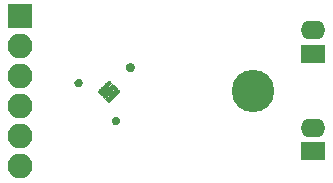
<source format=gbs>
%TF.GenerationSoftware,KiCad,Pcbnew,4.0.7*%
%TF.CreationDate,2018-07-15T19:42:36+02:00*%
%TF.ProjectId,MotorController,4D6F746F72436F6E74726F6C6C65722E,rev?*%
%TF.FileFunction,Soldermask,Bot*%
%FSLAX46Y46*%
G04 Gerber Fmt 4.6, Leading zero omitted, Abs format (unit mm)*
G04 Created by KiCad (PCBNEW 4.0.7) date 07/15/18 19:42:36*
%MOMM*%
%LPD*%
G01*
G04 APERTURE LIST*
%ADD10C,0.100000*%
%ADD11C,0.010000*%
%ADD12R,2.100000X1.600000*%
%ADD13O,2.100000X1.600000*%
%ADD14R,2.100000X2.100000*%
%ADD15O,2.100000X2.100000*%
%ADD16C,3.600000*%
G04 APERTURE END LIST*
D10*
D11*
G36*
X11493204Y-6934698D02*
X11493907Y-6937690D01*
X11514545Y-6996991D01*
X11545874Y-7051035D01*
X11586485Y-7098419D01*
X11634967Y-7137743D01*
X11689912Y-7167606D01*
X11742672Y-7184989D01*
X11807018Y-7194090D01*
X11869253Y-7190748D01*
X11928816Y-7175128D01*
X11985148Y-7147391D01*
X12037689Y-7107701D01*
X12050708Y-7095396D01*
X12089516Y-7051298D01*
X12117721Y-7004986D01*
X12137335Y-6952781D01*
X12144380Y-6924118D01*
X12151247Y-6883462D01*
X12152634Y-6848091D01*
X12148540Y-6811833D01*
X12144412Y-6791325D01*
X12124248Y-6728576D01*
X12093577Y-6672424D01*
X12053242Y-6623766D01*
X12004087Y-6583502D01*
X11946954Y-6552529D01*
X11906684Y-6538025D01*
X11857319Y-6528873D01*
X11802880Y-6528084D01*
X11747450Y-6535219D01*
X11695108Y-6549836D01*
X11662250Y-6564412D01*
X11636730Y-6581129D01*
X11607878Y-6604954D01*
X11578745Y-6632846D01*
X11552386Y-6661765D01*
X11531853Y-6688669D01*
X11523678Y-6702425D01*
X11501726Y-6757923D01*
X11489025Y-6817545D01*
X11486032Y-6877675D01*
X11493204Y-6934698D01*
X11493204Y-6934698D01*
G37*
X11493204Y-6934698D02*
X11493907Y-6937690D01*
X11514545Y-6996991D01*
X11545874Y-7051035D01*
X11586485Y-7098419D01*
X11634967Y-7137743D01*
X11689912Y-7167606D01*
X11742672Y-7184989D01*
X11807018Y-7194090D01*
X11869253Y-7190748D01*
X11928816Y-7175128D01*
X11985148Y-7147391D01*
X12037689Y-7107701D01*
X12050708Y-7095396D01*
X12089516Y-7051298D01*
X12117721Y-7004986D01*
X12137335Y-6952781D01*
X12144380Y-6924118D01*
X12151247Y-6883462D01*
X12152634Y-6848091D01*
X12148540Y-6811833D01*
X12144412Y-6791325D01*
X12124248Y-6728576D01*
X12093577Y-6672424D01*
X12053242Y-6623766D01*
X12004087Y-6583502D01*
X11946954Y-6552529D01*
X11906684Y-6538025D01*
X11857319Y-6528873D01*
X11802880Y-6528084D01*
X11747450Y-6535219D01*
X11695108Y-6549836D01*
X11662250Y-6564412D01*
X11636730Y-6581129D01*
X11607878Y-6604954D01*
X11578745Y-6632846D01*
X11552386Y-6661765D01*
X11531853Y-6688669D01*
X11523678Y-6702425D01*
X11501726Y-6757923D01*
X11489025Y-6817545D01*
X11486032Y-6877675D01*
X11493204Y-6934698D01*
G36*
X9123392Y-8907346D02*
X9126646Y-8930656D01*
X9134242Y-8955321D01*
X9136940Y-8961421D01*
X9144634Y-8972558D01*
X9160786Y-8991645D01*
X9185509Y-9018802D01*
X9218918Y-9054148D01*
X9261127Y-9097803D01*
X9312249Y-9149887D01*
X9372400Y-9210520D01*
X9413739Y-9251921D01*
X9677401Y-9515418D01*
X9953409Y-9239465D01*
X10010321Y-9182521D01*
X10058860Y-9133831D01*
X10099669Y-9092701D01*
X10133391Y-9058442D01*
X10160669Y-9030360D01*
X10182146Y-9007764D01*
X10198464Y-8989964D01*
X10210266Y-8976266D01*
X10218196Y-8965980D01*
X10222897Y-8958414D01*
X10225010Y-8952876D01*
X10225180Y-8948674D01*
X10224899Y-8947393D01*
X10220386Y-8913015D01*
X10223534Y-8874860D01*
X10233688Y-8838749D01*
X10238232Y-8828729D01*
X10263093Y-8792703D01*
X10295557Y-8765276D01*
X10333427Y-8747179D01*
X10374502Y-8739139D01*
X10416586Y-8741888D01*
X10457242Y-8756033D01*
X10483999Y-8774490D01*
X10509312Y-8800247D01*
X10529656Y-8829140D01*
X10540952Y-8854903D01*
X10547577Y-8899457D01*
X10542974Y-8941816D01*
X10528319Y-8980366D01*
X10504788Y-9013491D01*
X10473555Y-9039576D01*
X10435796Y-9057006D01*
X10392687Y-9064166D01*
X10388600Y-9064251D01*
X10364997Y-9063740D01*
X10345058Y-9062035D01*
X10334546Y-9059913D01*
X10330730Y-9060069D01*
X10324607Y-9063064D01*
X10315530Y-9069505D01*
X10302854Y-9080001D01*
X10285930Y-9095159D01*
X10264113Y-9115586D01*
X10236757Y-9141889D01*
X10203214Y-9174677D01*
X10162838Y-9214557D01*
X10114983Y-9262137D01*
X10059001Y-9318023D01*
X10045687Y-9331337D01*
X9769606Y-9607473D01*
X9842565Y-9680975D01*
X9878301Y-9716254D01*
X9907420Y-9743018D01*
X9931607Y-9762358D01*
X9952548Y-9775369D01*
X9971929Y-9783143D01*
X9991437Y-9786772D01*
X10006788Y-9787433D01*
X10036001Y-9784847D01*
X10060882Y-9778006D01*
X10064750Y-9776240D01*
X10072924Y-9769912D01*
X10089201Y-9755335D01*
X10112775Y-9733312D01*
X10142842Y-9704645D01*
X10178594Y-9670137D01*
X10219228Y-9630592D01*
X10263938Y-9586813D01*
X10311918Y-9539601D01*
X10362364Y-9489761D01*
X10414470Y-9438095D01*
X10467430Y-9385406D01*
X10520440Y-9332496D01*
X10572693Y-9280170D01*
X10623386Y-9229229D01*
X10671711Y-9180477D01*
X10716865Y-9134716D01*
X10758042Y-9092750D01*
X10794436Y-9055382D01*
X10825242Y-9023413D01*
X10849655Y-8997648D01*
X10866869Y-8978889D01*
X10876080Y-8967939D01*
X10877214Y-8966200D01*
X10888798Y-8934412D01*
X10893303Y-8900361D01*
X10890679Y-8873224D01*
X10883797Y-8854006D01*
X10873550Y-8833783D01*
X10872428Y-8831949D01*
X10865552Y-8823617D01*
X10850509Y-8807214D01*
X10828146Y-8783613D01*
X10799314Y-8753686D01*
X10764861Y-8718305D01*
X10725637Y-8678345D01*
X10682489Y-8634677D01*
X10636267Y-8588173D01*
X10598425Y-8550294D01*
X10337780Y-8289963D01*
X9786034Y-8842375D01*
X9793082Y-8872406D01*
X9796372Y-8913052D01*
X9788067Y-8953327D01*
X9769149Y-8991116D01*
X9740603Y-9024303D01*
X9712603Y-9045438D01*
X9694573Y-9055627D01*
X9678571Y-9061407D01*
X9659673Y-9063962D01*
X9633447Y-9064477D01*
X9592882Y-9061258D01*
X9559951Y-9050864D01*
X9530918Y-9031775D01*
X9514246Y-9015968D01*
X9488065Y-8980243D01*
X9472938Y-8940917D01*
X9468517Y-8899982D01*
X9474455Y-8859428D01*
X9490402Y-8821248D01*
X9516010Y-8787431D01*
X9550931Y-8759969D01*
X9559925Y-8754928D01*
X9584816Y-8746354D01*
X9616387Y-8741574D01*
X9649063Y-8741043D01*
X9677269Y-8745216D01*
X9677643Y-8745321D01*
X9681537Y-8745689D01*
X9686517Y-8744344D01*
X9693276Y-8740645D01*
X9702506Y-8733947D01*
X9714899Y-8723608D01*
X9731146Y-8708984D01*
X9751939Y-8689433D01*
X9777970Y-8664311D01*
X9809931Y-8632976D01*
X9848514Y-8594785D01*
X9894410Y-8549094D01*
X9948312Y-8495261D01*
X9969680Y-8473894D01*
X10245598Y-8197921D01*
X10169461Y-8121523D01*
X10140145Y-8092980D01*
X10112719Y-8067901D01*
X10089145Y-8047989D01*
X10071391Y-8034946D01*
X10065994Y-8031854D01*
X10028754Y-8020476D01*
X9989283Y-8020076D01*
X9951737Y-8030655D01*
X9949205Y-8031847D01*
X9940357Y-8037933D01*
X9925046Y-8050825D01*
X9903009Y-8070778D01*
X9873985Y-8098043D01*
X9837712Y-8132876D01*
X9793928Y-8175529D01*
X9742372Y-8226256D01*
X9682782Y-8285311D01*
X9614896Y-8352947D01*
X9538451Y-8429418D01*
X9530494Y-8437392D01*
X9460830Y-8507213D01*
X9399580Y-8568650D01*
X9346203Y-8622326D01*
X9300160Y-8668864D01*
X9260912Y-8708887D01*
X9227917Y-8743018D01*
X9200638Y-8771881D01*
X9178533Y-8796098D01*
X9161063Y-8816292D01*
X9147689Y-8833087D01*
X9137870Y-8847105D01*
X9131067Y-8858971D01*
X9126740Y-8869306D01*
X9124350Y-8878733D01*
X9123356Y-8887877D01*
X9123219Y-8897360D01*
X9123392Y-8907346D01*
X9123392Y-8907346D01*
G37*
X9123392Y-8907346D02*
X9126646Y-8930656D01*
X9134242Y-8955321D01*
X9136940Y-8961421D01*
X9144634Y-8972558D01*
X9160786Y-8991645D01*
X9185509Y-9018802D01*
X9218918Y-9054148D01*
X9261127Y-9097803D01*
X9312249Y-9149887D01*
X9372400Y-9210520D01*
X9413739Y-9251921D01*
X9677401Y-9515418D01*
X9953409Y-9239465D01*
X10010321Y-9182521D01*
X10058860Y-9133831D01*
X10099669Y-9092701D01*
X10133391Y-9058442D01*
X10160669Y-9030360D01*
X10182146Y-9007764D01*
X10198464Y-8989964D01*
X10210266Y-8976266D01*
X10218196Y-8965980D01*
X10222897Y-8958414D01*
X10225010Y-8952876D01*
X10225180Y-8948674D01*
X10224899Y-8947393D01*
X10220386Y-8913015D01*
X10223534Y-8874860D01*
X10233688Y-8838749D01*
X10238232Y-8828729D01*
X10263093Y-8792703D01*
X10295557Y-8765276D01*
X10333427Y-8747179D01*
X10374502Y-8739139D01*
X10416586Y-8741888D01*
X10457242Y-8756033D01*
X10483999Y-8774490D01*
X10509312Y-8800247D01*
X10529656Y-8829140D01*
X10540952Y-8854903D01*
X10547577Y-8899457D01*
X10542974Y-8941816D01*
X10528319Y-8980366D01*
X10504788Y-9013491D01*
X10473555Y-9039576D01*
X10435796Y-9057006D01*
X10392687Y-9064166D01*
X10388600Y-9064251D01*
X10364997Y-9063740D01*
X10345058Y-9062035D01*
X10334546Y-9059913D01*
X10330730Y-9060069D01*
X10324607Y-9063064D01*
X10315530Y-9069505D01*
X10302854Y-9080001D01*
X10285930Y-9095159D01*
X10264113Y-9115586D01*
X10236757Y-9141889D01*
X10203214Y-9174677D01*
X10162838Y-9214557D01*
X10114983Y-9262137D01*
X10059001Y-9318023D01*
X10045687Y-9331337D01*
X9769606Y-9607473D01*
X9842565Y-9680975D01*
X9878301Y-9716254D01*
X9907420Y-9743018D01*
X9931607Y-9762358D01*
X9952548Y-9775369D01*
X9971929Y-9783143D01*
X9991437Y-9786772D01*
X10006788Y-9787433D01*
X10036001Y-9784847D01*
X10060882Y-9778006D01*
X10064750Y-9776240D01*
X10072924Y-9769912D01*
X10089201Y-9755335D01*
X10112775Y-9733312D01*
X10142842Y-9704645D01*
X10178594Y-9670137D01*
X10219228Y-9630592D01*
X10263938Y-9586813D01*
X10311918Y-9539601D01*
X10362364Y-9489761D01*
X10414470Y-9438095D01*
X10467430Y-9385406D01*
X10520440Y-9332496D01*
X10572693Y-9280170D01*
X10623386Y-9229229D01*
X10671711Y-9180477D01*
X10716865Y-9134716D01*
X10758042Y-9092750D01*
X10794436Y-9055382D01*
X10825242Y-9023413D01*
X10849655Y-8997648D01*
X10866869Y-8978889D01*
X10876080Y-8967939D01*
X10877214Y-8966200D01*
X10888798Y-8934412D01*
X10893303Y-8900361D01*
X10890679Y-8873224D01*
X10883797Y-8854006D01*
X10873550Y-8833783D01*
X10872428Y-8831949D01*
X10865552Y-8823617D01*
X10850509Y-8807214D01*
X10828146Y-8783613D01*
X10799314Y-8753686D01*
X10764861Y-8718305D01*
X10725637Y-8678345D01*
X10682489Y-8634677D01*
X10636267Y-8588173D01*
X10598425Y-8550294D01*
X10337780Y-8289963D01*
X9786034Y-8842375D01*
X9793082Y-8872406D01*
X9796372Y-8913052D01*
X9788067Y-8953327D01*
X9769149Y-8991116D01*
X9740603Y-9024303D01*
X9712603Y-9045438D01*
X9694573Y-9055627D01*
X9678571Y-9061407D01*
X9659673Y-9063962D01*
X9633447Y-9064477D01*
X9592882Y-9061258D01*
X9559951Y-9050864D01*
X9530918Y-9031775D01*
X9514246Y-9015968D01*
X9488065Y-8980243D01*
X9472938Y-8940917D01*
X9468517Y-8899982D01*
X9474455Y-8859428D01*
X9490402Y-8821248D01*
X9516010Y-8787431D01*
X9550931Y-8759969D01*
X9559925Y-8754928D01*
X9584816Y-8746354D01*
X9616387Y-8741574D01*
X9649063Y-8741043D01*
X9677269Y-8745216D01*
X9677643Y-8745321D01*
X9681537Y-8745689D01*
X9686517Y-8744344D01*
X9693276Y-8740645D01*
X9702506Y-8733947D01*
X9714899Y-8723608D01*
X9731146Y-8708984D01*
X9751939Y-8689433D01*
X9777970Y-8664311D01*
X9809931Y-8632976D01*
X9848514Y-8594785D01*
X9894410Y-8549094D01*
X9948312Y-8495261D01*
X9969680Y-8473894D01*
X10245598Y-8197921D01*
X10169461Y-8121523D01*
X10140145Y-8092980D01*
X10112719Y-8067901D01*
X10089145Y-8047989D01*
X10071391Y-8034946D01*
X10065994Y-8031854D01*
X10028754Y-8020476D01*
X9989283Y-8020076D01*
X9951737Y-8030655D01*
X9949205Y-8031847D01*
X9940357Y-8037933D01*
X9925046Y-8050825D01*
X9903009Y-8070778D01*
X9873985Y-8098043D01*
X9837712Y-8132876D01*
X9793928Y-8175529D01*
X9742372Y-8226256D01*
X9682782Y-8285311D01*
X9614896Y-8352947D01*
X9538451Y-8429418D01*
X9530494Y-8437392D01*
X9460830Y-8507213D01*
X9399580Y-8568650D01*
X9346203Y-8622326D01*
X9300160Y-8668864D01*
X9260912Y-8708887D01*
X9227917Y-8743018D01*
X9200638Y-8771881D01*
X9178533Y-8796098D01*
X9161063Y-8816292D01*
X9147689Y-8833087D01*
X9137870Y-8847105D01*
X9131067Y-8858971D01*
X9126740Y-8869306D01*
X9124350Y-8878733D01*
X9123356Y-8887877D01*
X9123219Y-8897360D01*
X9123392Y-8907346D01*
G36*
X10278354Y-11425662D02*
X10291876Y-11483116D01*
X10316884Y-11537392D01*
X10353141Y-11587111D01*
X10371141Y-11605801D01*
X10419027Y-11644754D01*
X10469685Y-11671710D01*
X10524733Y-11687320D01*
X10585787Y-11692233D01*
X10586056Y-11692232D01*
X10644861Y-11685881D01*
X10701193Y-11668113D01*
X10753295Y-11640140D01*
X10799410Y-11603173D01*
X10837781Y-11558423D01*
X10866650Y-11507102D01*
X10871358Y-11495558D01*
X10881038Y-11460212D01*
X10886864Y-11417838D01*
X10888598Y-11373376D01*
X10886004Y-11331766D01*
X10880598Y-11303664D01*
X10857978Y-11245800D01*
X10824878Y-11194407D01*
X10782328Y-11150592D01*
X10731361Y-11115460D01*
X10685785Y-11094561D01*
X10628404Y-11079786D01*
X10570372Y-11076849D01*
X10513302Y-11085094D01*
X10458809Y-11103861D01*
X10408507Y-11132495D01*
X10364009Y-11170337D01*
X10326931Y-11216730D01*
X10309105Y-11248015D01*
X10286730Y-11306733D01*
X10276560Y-11366408D01*
X10278354Y-11425662D01*
X10278354Y-11425662D01*
G37*
X10278354Y-11425662D02*
X10291876Y-11483116D01*
X10316884Y-11537392D01*
X10353141Y-11587111D01*
X10371141Y-11605801D01*
X10419027Y-11644754D01*
X10469685Y-11671710D01*
X10524733Y-11687320D01*
X10585787Y-11692233D01*
X10586056Y-11692232D01*
X10644861Y-11685881D01*
X10701193Y-11668113D01*
X10753295Y-11640140D01*
X10799410Y-11603173D01*
X10837781Y-11558423D01*
X10866650Y-11507102D01*
X10871358Y-11495558D01*
X10881038Y-11460212D01*
X10886864Y-11417838D01*
X10888598Y-11373376D01*
X10886004Y-11331766D01*
X10880598Y-11303664D01*
X10857978Y-11245800D01*
X10824878Y-11194407D01*
X10782328Y-11150592D01*
X10731361Y-11115460D01*
X10685785Y-11094561D01*
X10628404Y-11079786D01*
X10570372Y-11076849D01*
X10513302Y-11085094D01*
X10458809Y-11103861D01*
X10408507Y-11132495D01*
X10364009Y-11170337D01*
X10326931Y-11216730D01*
X10309105Y-11248015D01*
X10286730Y-11306733D01*
X10276560Y-11366408D01*
X10278354Y-11425662D01*
G36*
X10324138Y-8928085D02*
X10338368Y-8950340D01*
X10358536Y-8965623D01*
X10369063Y-8969268D01*
X10393483Y-8968890D01*
X10417863Y-8959346D01*
X10437117Y-8943001D01*
X10442153Y-8935265D01*
X10451087Y-8909018D01*
X10448457Y-8884563D01*
X10439974Y-8867017D01*
X10421821Y-8847359D01*
X10399479Y-8837586D01*
X10375636Y-8836906D01*
X10352980Y-8844527D01*
X10334202Y-8859658D01*
X10321988Y-8881508D01*
X10318750Y-8902700D01*
X10324138Y-8928085D01*
X10324138Y-8928085D01*
G37*
X10324138Y-8928085D02*
X10338368Y-8950340D01*
X10358536Y-8965623D01*
X10369063Y-8969268D01*
X10393483Y-8968890D01*
X10417863Y-8959346D01*
X10437117Y-8943001D01*
X10442153Y-8935265D01*
X10451087Y-8909018D01*
X10448457Y-8884563D01*
X10439974Y-8867017D01*
X10421821Y-8847359D01*
X10399479Y-8837586D01*
X10375636Y-8836906D01*
X10352980Y-8844527D01*
X10334202Y-8859658D01*
X10321988Y-8881508D01*
X10318750Y-8902700D01*
X10324138Y-8928085D01*
G36*
X9566079Y-8918330D02*
X9571618Y-8931846D01*
X9587498Y-8952208D01*
X9610283Y-8965872D01*
X9635534Y-8970577D01*
X9645415Y-8969426D01*
X9668558Y-8958358D01*
X9686623Y-8938499D01*
X9697330Y-8913448D01*
X9698393Y-8886801D01*
X9698270Y-8886112D01*
X9692216Y-8873219D01*
X9680300Y-8858038D01*
X9676806Y-8854506D01*
X9653337Y-8839612D01*
X9627947Y-8835676D01*
X9603541Y-8841912D01*
X9583024Y-8857531D01*
X9569303Y-8881746D01*
X9568641Y-8883844D01*
X9564375Y-8903057D01*
X9566079Y-8918330D01*
X9566079Y-8918330D01*
G37*
X9566079Y-8918330D02*
X9571618Y-8931846D01*
X9587498Y-8952208D01*
X9610283Y-8965872D01*
X9635534Y-8970577D01*
X9645415Y-8969426D01*
X9668558Y-8958358D01*
X9686623Y-8938499D01*
X9697330Y-8913448D01*
X9698393Y-8886801D01*
X9698270Y-8886112D01*
X9692216Y-8873219D01*
X9680300Y-8858038D01*
X9676806Y-8854506D01*
X9653337Y-8839612D01*
X9627947Y-8835676D01*
X9603541Y-8841912D01*
X9583024Y-8857531D01*
X9569303Y-8881746D01*
X9568641Y-8883844D01*
X9564375Y-8903057D01*
X9566079Y-8918330D01*
G36*
X7119835Y-8197399D02*
X7130862Y-8254101D01*
X7152061Y-8307387D01*
X7182598Y-8355828D01*
X7221640Y-8397997D01*
X7268355Y-8432466D01*
X7321908Y-8457807D01*
X7358540Y-8468388D01*
X7418155Y-8475528D01*
X7476870Y-8471026D01*
X7533119Y-8455743D01*
X7585331Y-8430540D01*
X7631941Y-8396278D01*
X7671381Y-8353817D01*
X7702082Y-8304019D01*
X7715087Y-8272634D01*
X7725822Y-8230109D01*
X7731224Y-8182805D01*
X7731005Y-8135999D01*
X7724874Y-8094973D01*
X7724832Y-8094806D01*
X7707213Y-8043605D01*
X7681012Y-7997989D01*
X7644304Y-7954685D01*
X7639745Y-7950123D01*
X7595835Y-7912474D01*
X7550645Y-7885974D01*
X7501539Y-7869553D01*
X7445877Y-7862138D01*
X7421362Y-7861455D01*
X7363907Y-7866225D01*
X7311622Y-7881423D01*
X7262661Y-7907804D01*
X7215367Y-7945948D01*
X7177611Y-7987305D01*
X7150105Y-8031859D01*
X7131625Y-8079456D01*
X7119811Y-8138708D01*
X7119835Y-8197399D01*
X7119835Y-8197399D01*
G37*
X7119835Y-8197399D02*
X7130862Y-8254101D01*
X7152061Y-8307387D01*
X7182598Y-8355828D01*
X7221640Y-8397997D01*
X7268355Y-8432466D01*
X7321908Y-8457807D01*
X7358540Y-8468388D01*
X7418155Y-8475528D01*
X7476870Y-8471026D01*
X7533119Y-8455743D01*
X7585331Y-8430540D01*
X7631941Y-8396278D01*
X7671381Y-8353817D01*
X7702082Y-8304019D01*
X7715087Y-8272634D01*
X7725822Y-8230109D01*
X7731224Y-8182805D01*
X7731005Y-8135999D01*
X7724874Y-8094973D01*
X7724832Y-8094806D01*
X7707213Y-8043605D01*
X7681012Y-7997989D01*
X7644304Y-7954685D01*
X7639745Y-7950123D01*
X7595835Y-7912474D01*
X7550645Y-7885974D01*
X7501539Y-7869553D01*
X7445877Y-7862138D01*
X7421362Y-7861455D01*
X7363907Y-7866225D01*
X7311622Y-7881423D01*
X7262661Y-7907804D01*
X7215367Y-7945948D01*
X7177611Y-7987305D01*
X7150105Y-8031859D01*
X7131625Y-8079456D01*
X7119811Y-8138708D01*
X7119835Y-8197399D01*
D12*
X27305000Y-13970000D03*
D13*
X27305000Y-11970000D03*
D12*
X27305000Y-5715000D03*
D13*
X27305000Y-3715000D03*
D14*
X2540000Y-2540000D03*
D15*
X2540000Y-5080000D03*
X2540000Y-7620000D03*
X2540000Y-10160000D03*
X2540000Y-12700000D03*
X2540000Y-15240000D03*
D16*
X22225000Y-8890000D03*
M02*

</source>
